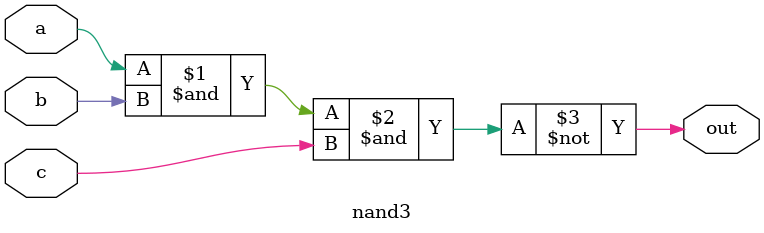
<source format=v>
`timescale 1ns/1ps

module nand3(a, b, c, out);
input a, b, c;
output out;
assign out = ~(a & b & c);
endmodule

</source>
